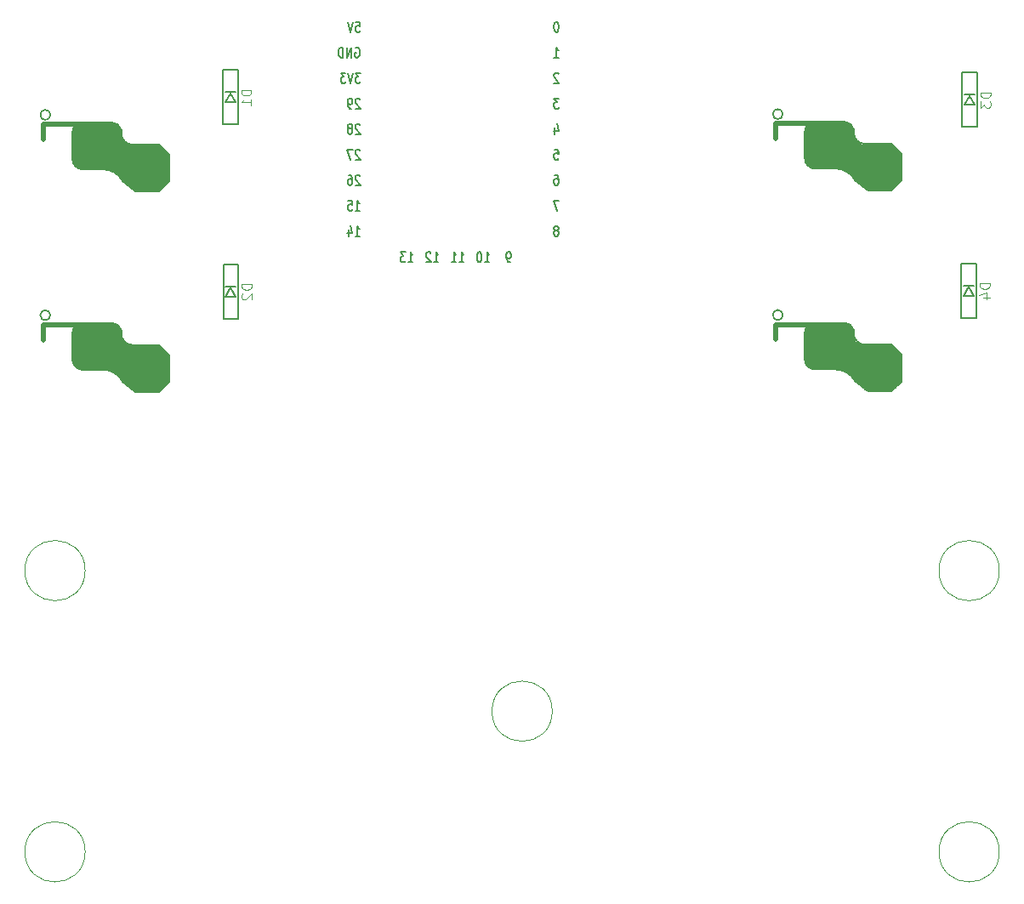
<source format=gbr>
G04 #@! TF.GenerationSoftware,KiCad,Pcbnew,9.0.6*
G04 #@! TF.CreationDate,2025-12-03T23:40:23+09:00*
G04 #@! TF.ProjectId,tps43-ek_Assemble,74707334-332d-4656-9b5f-417373656d62,rev?*
G04 #@! TF.SameCoordinates,Original*
G04 #@! TF.FileFunction,Legend,Bot*
G04 #@! TF.FilePolarity,Positive*
%FSLAX46Y46*%
G04 Gerber Fmt 4.6, Leading zero omitted, Abs format (unit mm)*
G04 Created by KiCad (PCBNEW 9.0.6) date 2025-12-03 23:40:23*
%MOMM*%
%LPD*%
G01*
G04 APERTURE LIST*
%ADD10C,0.100000*%
%ADD11C,0.125000*%
%ADD12C,0.150000*%
%ADD13C,0.500000*%
G04 APERTURE END LIST*
D10*
X29000000Y-104000000D02*
G75*
G02*
X23000000Y-104000000I-3000000J0D01*
G01*
X23000000Y-104000000D02*
G75*
G02*
X29000000Y-104000000I3000000J0D01*
G01*
X120000000Y-104000000D02*
G75*
G02*
X114000000Y-104000000I-3000000J0D01*
G01*
X114000000Y-104000000D02*
G75*
G02*
X120000000Y-104000000I3000000J0D01*
G01*
X75500000Y-90000000D02*
G75*
G02*
X69500000Y-90000000I-3000000J0D01*
G01*
X69500000Y-90000000D02*
G75*
G02*
X75500000Y-90000000I3000000J0D01*
G01*
X120000000Y-76000000D02*
G75*
G02*
X114000000Y-76000000I-3000000J0D01*
G01*
X114000000Y-76000000D02*
G75*
G02*
X120000000Y-76000000I3000000J0D01*
G01*
X29000000Y-76000000D02*
G75*
G02*
X23000000Y-76000000I-3000000J0D01*
G01*
X23000000Y-76000000D02*
G75*
G02*
X29000000Y-76000000I3000000J0D01*
G01*
D11*
X45586119Y-47486905D02*
X44586119Y-47486905D01*
X44586119Y-47486905D02*
X44586119Y-47725000D01*
X44586119Y-47725000D02*
X44633738Y-47867857D01*
X44633738Y-47867857D02*
X44728976Y-47963095D01*
X44728976Y-47963095D02*
X44824214Y-48010714D01*
X44824214Y-48010714D02*
X45014690Y-48058333D01*
X45014690Y-48058333D02*
X45157547Y-48058333D01*
X45157547Y-48058333D02*
X45348023Y-48010714D01*
X45348023Y-48010714D02*
X45443261Y-47963095D01*
X45443261Y-47963095D02*
X45538500Y-47867857D01*
X45538500Y-47867857D02*
X45586119Y-47725000D01*
X45586119Y-47725000D02*
X45586119Y-47486905D01*
X44681357Y-48439286D02*
X44633738Y-48486905D01*
X44633738Y-48486905D02*
X44586119Y-48582143D01*
X44586119Y-48582143D02*
X44586119Y-48820238D01*
X44586119Y-48820238D02*
X44633738Y-48915476D01*
X44633738Y-48915476D02*
X44681357Y-48963095D01*
X44681357Y-48963095D02*
X44776595Y-49010714D01*
X44776595Y-49010714D02*
X44871833Y-49010714D01*
X44871833Y-49010714D02*
X45014690Y-48963095D01*
X45014690Y-48963095D02*
X45586119Y-48391667D01*
X45586119Y-48391667D02*
X45586119Y-49010714D01*
X45536119Y-28136905D02*
X44536119Y-28136905D01*
X44536119Y-28136905D02*
X44536119Y-28375000D01*
X44536119Y-28375000D02*
X44583738Y-28517857D01*
X44583738Y-28517857D02*
X44678976Y-28613095D01*
X44678976Y-28613095D02*
X44774214Y-28660714D01*
X44774214Y-28660714D02*
X44964690Y-28708333D01*
X44964690Y-28708333D02*
X45107547Y-28708333D01*
X45107547Y-28708333D02*
X45298023Y-28660714D01*
X45298023Y-28660714D02*
X45393261Y-28613095D01*
X45393261Y-28613095D02*
X45488500Y-28517857D01*
X45488500Y-28517857D02*
X45536119Y-28375000D01*
X45536119Y-28375000D02*
X45536119Y-28136905D01*
X45536119Y-29660714D02*
X45536119Y-29089286D01*
X45536119Y-29375000D02*
X44536119Y-29375000D01*
X44536119Y-29375000D02*
X44678976Y-29279762D01*
X44678976Y-29279762D02*
X44774214Y-29184524D01*
X44774214Y-29184524D02*
X44821833Y-29089286D01*
X119048619Y-47386905D02*
X118048619Y-47386905D01*
X118048619Y-47386905D02*
X118048619Y-47625000D01*
X118048619Y-47625000D02*
X118096238Y-47767857D01*
X118096238Y-47767857D02*
X118191476Y-47863095D01*
X118191476Y-47863095D02*
X118286714Y-47910714D01*
X118286714Y-47910714D02*
X118477190Y-47958333D01*
X118477190Y-47958333D02*
X118620047Y-47958333D01*
X118620047Y-47958333D02*
X118810523Y-47910714D01*
X118810523Y-47910714D02*
X118905761Y-47863095D01*
X118905761Y-47863095D02*
X119001000Y-47767857D01*
X119001000Y-47767857D02*
X119048619Y-47625000D01*
X119048619Y-47625000D02*
X119048619Y-47386905D01*
X118381952Y-48815476D02*
X119048619Y-48815476D01*
X118001000Y-48577381D02*
X118715285Y-48339286D01*
X118715285Y-48339286D02*
X118715285Y-48958333D01*
D12*
X75719887Y-34071569D02*
X76100839Y-34071569D01*
X76100839Y-34071569D02*
X76138935Y-34547759D01*
X76138935Y-34547759D02*
X76100839Y-34500140D01*
X76100839Y-34500140D02*
X76024649Y-34452521D01*
X76024649Y-34452521D02*
X75834173Y-34452521D01*
X75834173Y-34452521D02*
X75757982Y-34500140D01*
X75757982Y-34500140D02*
X75719887Y-34547759D01*
X75719887Y-34547759D02*
X75681792Y-34642997D01*
X75681792Y-34642997D02*
X75681792Y-34881092D01*
X75681792Y-34881092D02*
X75719887Y-34976330D01*
X75719887Y-34976330D02*
X75757982Y-35023950D01*
X75757982Y-35023950D02*
X75834173Y-35071569D01*
X75834173Y-35071569D02*
X76024649Y-35071569D01*
X76024649Y-35071569D02*
X76100839Y-35023950D01*
X76100839Y-35023950D02*
X76138935Y-34976330D01*
X55889887Y-23959188D02*
X55966077Y-23911569D01*
X55966077Y-23911569D02*
X56080363Y-23911569D01*
X56080363Y-23911569D02*
X56194649Y-23959188D01*
X56194649Y-23959188D02*
X56270839Y-24054426D01*
X56270839Y-24054426D02*
X56308934Y-24149664D01*
X56308934Y-24149664D02*
X56347030Y-24340140D01*
X56347030Y-24340140D02*
X56347030Y-24482997D01*
X56347030Y-24482997D02*
X56308934Y-24673473D01*
X56308934Y-24673473D02*
X56270839Y-24768711D01*
X56270839Y-24768711D02*
X56194649Y-24863950D01*
X56194649Y-24863950D02*
X56080363Y-24911569D01*
X56080363Y-24911569D02*
X56004172Y-24911569D01*
X56004172Y-24911569D02*
X55889887Y-24863950D01*
X55889887Y-24863950D02*
X55851791Y-24816330D01*
X55851791Y-24816330D02*
X55851791Y-24482997D01*
X55851791Y-24482997D02*
X56004172Y-24482997D01*
X55508934Y-24911569D02*
X55508934Y-23911569D01*
X55508934Y-23911569D02*
X55051791Y-24911569D01*
X55051791Y-24911569D02*
X55051791Y-23911569D01*
X54670839Y-24911569D02*
X54670839Y-23911569D01*
X54670839Y-23911569D02*
X54480363Y-23911569D01*
X54480363Y-23911569D02*
X54366077Y-23959188D01*
X54366077Y-23959188D02*
X54289887Y-24054426D01*
X54289887Y-24054426D02*
X54251792Y-24149664D01*
X54251792Y-24149664D02*
X54213696Y-24340140D01*
X54213696Y-24340140D02*
X54213696Y-24482997D01*
X54213696Y-24482997D02*
X54251792Y-24673473D01*
X54251792Y-24673473D02*
X54289887Y-24768711D01*
X54289887Y-24768711D02*
X54366077Y-24863950D01*
X54366077Y-24863950D02*
X54480363Y-24911569D01*
X54480363Y-24911569D02*
X54670839Y-24911569D01*
X55889887Y-42691569D02*
X56347030Y-42691569D01*
X56118458Y-42691569D02*
X56118458Y-41691569D01*
X56118458Y-41691569D02*
X56194649Y-41834426D01*
X56194649Y-41834426D02*
X56270839Y-41929664D01*
X56270839Y-41929664D02*
X56347030Y-41977283D01*
X55204172Y-42024902D02*
X55204172Y-42691569D01*
X55394648Y-41643950D02*
X55585125Y-42358235D01*
X55585125Y-42358235D02*
X55089886Y-42358235D01*
X56347030Y-36706807D02*
X56308934Y-36659188D01*
X56308934Y-36659188D02*
X56232744Y-36611569D01*
X56232744Y-36611569D02*
X56042268Y-36611569D01*
X56042268Y-36611569D02*
X55966077Y-36659188D01*
X55966077Y-36659188D02*
X55927982Y-36706807D01*
X55927982Y-36706807D02*
X55889887Y-36802045D01*
X55889887Y-36802045D02*
X55889887Y-36897283D01*
X55889887Y-36897283D02*
X55927982Y-37040140D01*
X55927982Y-37040140D02*
X56385125Y-37611569D01*
X56385125Y-37611569D02*
X55889887Y-37611569D01*
X55204172Y-36611569D02*
X55356553Y-36611569D01*
X55356553Y-36611569D02*
X55432744Y-36659188D01*
X55432744Y-36659188D02*
X55470839Y-36706807D01*
X55470839Y-36706807D02*
X55547029Y-36849664D01*
X55547029Y-36849664D02*
X55585125Y-37040140D01*
X55585125Y-37040140D02*
X55585125Y-37421092D01*
X55585125Y-37421092D02*
X55547029Y-37516330D01*
X55547029Y-37516330D02*
X55508934Y-37563950D01*
X55508934Y-37563950D02*
X55432744Y-37611569D01*
X55432744Y-37611569D02*
X55280363Y-37611569D01*
X55280363Y-37611569D02*
X55204172Y-37563950D01*
X55204172Y-37563950D02*
X55166077Y-37516330D01*
X55166077Y-37516330D02*
X55127982Y-37421092D01*
X55127982Y-37421092D02*
X55127982Y-37182997D01*
X55127982Y-37182997D02*
X55166077Y-37087759D01*
X55166077Y-37087759D02*
X55204172Y-37040140D01*
X55204172Y-37040140D02*
X55280363Y-36992521D01*
X55280363Y-36992521D02*
X55432744Y-36992521D01*
X55432744Y-36992521D02*
X55508934Y-37040140D01*
X55508934Y-37040140D02*
X55547029Y-37087759D01*
X55547029Y-37087759D02*
X55585125Y-37182997D01*
X76177030Y-39151569D02*
X75643696Y-39151569D01*
X75643696Y-39151569D02*
X75986554Y-40151569D01*
X56347030Y-31626807D02*
X56308934Y-31579188D01*
X56308934Y-31579188D02*
X56232744Y-31531569D01*
X56232744Y-31531569D02*
X56042268Y-31531569D01*
X56042268Y-31531569D02*
X55966077Y-31579188D01*
X55966077Y-31579188D02*
X55927982Y-31626807D01*
X55927982Y-31626807D02*
X55889887Y-31722045D01*
X55889887Y-31722045D02*
X55889887Y-31817283D01*
X55889887Y-31817283D02*
X55927982Y-31960140D01*
X55927982Y-31960140D02*
X56385125Y-32531569D01*
X56385125Y-32531569D02*
X55889887Y-32531569D01*
X55432744Y-31960140D02*
X55508934Y-31912521D01*
X55508934Y-31912521D02*
X55547029Y-31864902D01*
X55547029Y-31864902D02*
X55585125Y-31769664D01*
X55585125Y-31769664D02*
X55585125Y-31722045D01*
X55585125Y-31722045D02*
X55547029Y-31626807D01*
X55547029Y-31626807D02*
X55508934Y-31579188D01*
X55508934Y-31579188D02*
X55432744Y-31531569D01*
X55432744Y-31531569D02*
X55280363Y-31531569D01*
X55280363Y-31531569D02*
X55204172Y-31579188D01*
X55204172Y-31579188D02*
X55166077Y-31626807D01*
X55166077Y-31626807D02*
X55127982Y-31722045D01*
X55127982Y-31722045D02*
X55127982Y-31769664D01*
X55127982Y-31769664D02*
X55166077Y-31864902D01*
X55166077Y-31864902D02*
X55204172Y-31912521D01*
X55204172Y-31912521D02*
X55280363Y-31960140D01*
X55280363Y-31960140D02*
X55432744Y-31960140D01*
X55432744Y-31960140D02*
X55508934Y-32007759D01*
X55508934Y-32007759D02*
X55547029Y-32055378D01*
X55547029Y-32055378D02*
X55585125Y-32150616D01*
X55585125Y-32150616D02*
X55585125Y-32341092D01*
X55585125Y-32341092D02*
X55547029Y-32436330D01*
X55547029Y-32436330D02*
X55508934Y-32483950D01*
X55508934Y-32483950D02*
X55432744Y-32531569D01*
X55432744Y-32531569D02*
X55280363Y-32531569D01*
X55280363Y-32531569D02*
X55204172Y-32483950D01*
X55204172Y-32483950D02*
X55166077Y-32436330D01*
X55166077Y-32436330D02*
X55127982Y-32341092D01*
X55127982Y-32341092D02*
X55127982Y-32150616D01*
X55127982Y-32150616D02*
X55166077Y-32055378D01*
X55166077Y-32055378D02*
X55204172Y-32007759D01*
X55204172Y-32007759D02*
X55280363Y-31960140D01*
X76138935Y-26546807D02*
X76100839Y-26499188D01*
X76100839Y-26499188D02*
X76024649Y-26451569D01*
X76024649Y-26451569D02*
X75834173Y-26451569D01*
X75834173Y-26451569D02*
X75757982Y-26499188D01*
X75757982Y-26499188D02*
X75719887Y-26546807D01*
X75719887Y-26546807D02*
X75681792Y-26642045D01*
X75681792Y-26642045D02*
X75681792Y-26737283D01*
X75681792Y-26737283D02*
X75719887Y-26880140D01*
X75719887Y-26880140D02*
X76177030Y-27451569D01*
X76177030Y-27451569D02*
X75681792Y-27451569D01*
X56385125Y-26451569D02*
X55889887Y-26451569D01*
X55889887Y-26451569D02*
X56156553Y-26832521D01*
X56156553Y-26832521D02*
X56042268Y-26832521D01*
X56042268Y-26832521D02*
X55966077Y-26880140D01*
X55966077Y-26880140D02*
X55927982Y-26927759D01*
X55927982Y-26927759D02*
X55889887Y-27022997D01*
X55889887Y-27022997D02*
X55889887Y-27261092D01*
X55889887Y-27261092D02*
X55927982Y-27356330D01*
X55927982Y-27356330D02*
X55966077Y-27403950D01*
X55966077Y-27403950D02*
X56042268Y-27451569D01*
X56042268Y-27451569D02*
X56270839Y-27451569D01*
X56270839Y-27451569D02*
X56347030Y-27403950D01*
X56347030Y-27403950D02*
X56385125Y-27356330D01*
X55661315Y-26451569D02*
X55394648Y-27451569D01*
X55394648Y-27451569D02*
X55127982Y-26451569D01*
X54937506Y-26451569D02*
X54442268Y-26451569D01*
X54442268Y-26451569D02*
X54708934Y-26832521D01*
X54708934Y-26832521D02*
X54594649Y-26832521D01*
X54594649Y-26832521D02*
X54518458Y-26880140D01*
X54518458Y-26880140D02*
X54480363Y-26927759D01*
X54480363Y-26927759D02*
X54442268Y-27022997D01*
X54442268Y-27022997D02*
X54442268Y-27261092D01*
X54442268Y-27261092D02*
X54480363Y-27356330D01*
X54480363Y-27356330D02*
X54518458Y-27403950D01*
X54518458Y-27403950D02*
X54594649Y-27451569D01*
X54594649Y-27451569D02*
X54823220Y-27451569D01*
X54823220Y-27451569D02*
X54899411Y-27403950D01*
X54899411Y-27403950D02*
X54937506Y-27356330D01*
X75681792Y-24911569D02*
X76138935Y-24911569D01*
X75910363Y-24911569D02*
X75910363Y-23911569D01*
X75910363Y-23911569D02*
X75986554Y-24054426D01*
X75986554Y-24054426D02*
X76062744Y-24149664D01*
X76062744Y-24149664D02*
X76138935Y-24197283D01*
X75757982Y-36611569D02*
X75910363Y-36611569D01*
X75910363Y-36611569D02*
X75986554Y-36659188D01*
X75986554Y-36659188D02*
X76024649Y-36706807D01*
X76024649Y-36706807D02*
X76100839Y-36849664D01*
X76100839Y-36849664D02*
X76138935Y-37040140D01*
X76138935Y-37040140D02*
X76138935Y-37421092D01*
X76138935Y-37421092D02*
X76100839Y-37516330D01*
X76100839Y-37516330D02*
X76062744Y-37563950D01*
X76062744Y-37563950D02*
X75986554Y-37611569D01*
X75986554Y-37611569D02*
X75834173Y-37611569D01*
X75834173Y-37611569D02*
X75757982Y-37563950D01*
X75757982Y-37563950D02*
X75719887Y-37516330D01*
X75719887Y-37516330D02*
X75681792Y-37421092D01*
X75681792Y-37421092D02*
X75681792Y-37182997D01*
X75681792Y-37182997D02*
X75719887Y-37087759D01*
X75719887Y-37087759D02*
X75757982Y-37040140D01*
X75757982Y-37040140D02*
X75834173Y-36992521D01*
X75834173Y-36992521D02*
X75986554Y-36992521D01*
X75986554Y-36992521D02*
X76062744Y-37040140D01*
X76062744Y-37040140D02*
X76100839Y-37087759D01*
X76100839Y-37087759D02*
X76138935Y-37182997D01*
X75948458Y-21371569D02*
X75872268Y-21371569D01*
X75872268Y-21371569D02*
X75796077Y-21419188D01*
X75796077Y-21419188D02*
X75757982Y-21466807D01*
X75757982Y-21466807D02*
X75719887Y-21562045D01*
X75719887Y-21562045D02*
X75681792Y-21752521D01*
X75681792Y-21752521D02*
X75681792Y-21990616D01*
X75681792Y-21990616D02*
X75719887Y-22181092D01*
X75719887Y-22181092D02*
X75757982Y-22276330D01*
X75757982Y-22276330D02*
X75796077Y-22323950D01*
X75796077Y-22323950D02*
X75872268Y-22371569D01*
X75872268Y-22371569D02*
X75948458Y-22371569D01*
X75948458Y-22371569D02*
X76024649Y-22323950D01*
X76024649Y-22323950D02*
X76062744Y-22276330D01*
X76062744Y-22276330D02*
X76100839Y-22181092D01*
X76100839Y-22181092D02*
X76138935Y-21990616D01*
X76138935Y-21990616D02*
X76138935Y-21752521D01*
X76138935Y-21752521D02*
X76100839Y-21562045D01*
X76100839Y-21562045D02*
X76062744Y-21466807D01*
X76062744Y-21466807D02*
X76024649Y-21419188D01*
X76024649Y-21419188D02*
X75948458Y-21371569D01*
X71308697Y-45293319D02*
X71156316Y-45293319D01*
X71156316Y-45293319D02*
X71080126Y-45245700D01*
X71080126Y-45245700D02*
X71042030Y-45198080D01*
X71042030Y-45198080D02*
X70965840Y-45055223D01*
X70965840Y-45055223D02*
X70927745Y-44864747D01*
X70927745Y-44864747D02*
X70927745Y-44483795D01*
X70927745Y-44483795D02*
X70965840Y-44388557D01*
X70965840Y-44388557D02*
X71003935Y-44340938D01*
X71003935Y-44340938D02*
X71080126Y-44293319D01*
X71080126Y-44293319D02*
X71232507Y-44293319D01*
X71232507Y-44293319D02*
X71308697Y-44340938D01*
X71308697Y-44340938D02*
X71346792Y-44388557D01*
X71346792Y-44388557D02*
X71384888Y-44483795D01*
X71384888Y-44483795D02*
X71384888Y-44721890D01*
X71384888Y-44721890D02*
X71346792Y-44817128D01*
X71346792Y-44817128D02*
X71308697Y-44864747D01*
X71308697Y-44864747D02*
X71232507Y-44912366D01*
X71232507Y-44912366D02*
X71080126Y-44912366D01*
X71080126Y-44912366D02*
X71003935Y-44864747D01*
X71003935Y-44864747D02*
X70965840Y-44817128D01*
X70965840Y-44817128D02*
X70927745Y-44721890D01*
X56347030Y-29086807D02*
X56308934Y-29039188D01*
X56308934Y-29039188D02*
X56232744Y-28991569D01*
X56232744Y-28991569D02*
X56042268Y-28991569D01*
X56042268Y-28991569D02*
X55966077Y-29039188D01*
X55966077Y-29039188D02*
X55927982Y-29086807D01*
X55927982Y-29086807D02*
X55889887Y-29182045D01*
X55889887Y-29182045D02*
X55889887Y-29277283D01*
X55889887Y-29277283D02*
X55927982Y-29420140D01*
X55927982Y-29420140D02*
X56385125Y-29991569D01*
X56385125Y-29991569D02*
X55889887Y-29991569D01*
X55508934Y-29991569D02*
X55356553Y-29991569D01*
X55356553Y-29991569D02*
X55280363Y-29943950D01*
X55280363Y-29943950D02*
X55242267Y-29896330D01*
X55242267Y-29896330D02*
X55166077Y-29753473D01*
X55166077Y-29753473D02*
X55127982Y-29562997D01*
X55127982Y-29562997D02*
X55127982Y-29182045D01*
X55127982Y-29182045D02*
X55166077Y-29086807D01*
X55166077Y-29086807D02*
X55204172Y-29039188D01*
X55204172Y-29039188D02*
X55280363Y-28991569D01*
X55280363Y-28991569D02*
X55432744Y-28991569D01*
X55432744Y-28991569D02*
X55508934Y-29039188D01*
X55508934Y-29039188D02*
X55547029Y-29086807D01*
X55547029Y-29086807D02*
X55585125Y-29182045D01*
X55585125Y-29182045D02*
X55585125Y-29420140D01*
X55585125Y-29420140D02*
X55547029Y-29515378D01*
X55547029Y-29515378D02*
X55508934Y-29562997D01*
X55508934Y-29562997D02*
X55432744Y-29610616D01*
X55432744Y-29610616D02*
X55280363Y-29610616D01*
X55280363Y-29610616D02*
X55204172Y-29562997D01*
X55204172Y-29562997D02*
X55166077Y-29515378D01*
X55166077Y-29515378D02*
X55127982Y-29420140D01*
X75986554Y-42120140D02*
X76062744Y-42072521D01*
X76062744Y-42072521D02*
X76100839Y-42024902D01*
X76100839Y-42024902D02*
X76138935Y-41929664D01*
X76138935Y-41929664D02*
X76138935Y-41882045D01*
X76138935Y-41882045D02*
X76100839Y-41786807D01*
X76100839Y-41786807D02*
X76062744Y-41739188D01*
X76062744Y-41739188D02*
X75986554Y-41691569D01*
X75986554Y-41691569D02*
X75834173Y-41691569D01*
X75834173Y-41691569D02*
X75757982Y-41739188D01*
X75757982Y-41739188D02*
X75719887Y-41786807D01*
X75719887Y-41786807D02*
X75681792Y-41882045D01*
X75681792Y-41882045D02*
X75681792Y-41929664D01*
X75681792Y-41929664D02*
X75719887Y-42024902D01*
X75719887Y-42024902D02*
X75757982Y-42072521D01*
X75757982Y-42072521D02*
X75834173Y-42120140D01*
X75834173Y-42120140D02*
X75986554Y-42120140D01*
X75986554Y-42120140D02*
X76062744Y-42167759D01*
X76062744Y-42167759D02*
X76100839Y-42215378D01*
X76100839Y-42215378D02*
X76138935Y-42310616D01*
X76138935Y-42310616D02*
X76138935Y-42501092D01*
X76138935Y-42501092D02*
X76100839Y-42596330D01*
X76100839Y-42596330D02*
X76062744Y-42643950D01*
X76062744Y-42643950D02*
X75986554Y-42691569D01*
X75986554Y-42691569D02*
X75834173Y-42691569D01*
X75834173Y-42691569D02*
X75757982Y-42643950D01*
X75757982Y-42643950D02*
X75719887Y-42596330D01*
X75719887Y-42596330D02*
X75681792Y-42501092D01*
X75681792Y-42501092D02*
X75681792Y-42310616D01*
X75681792Y-42310616D02*
X75719887Y-42215378D01*
X75719887Y-42215378D02*
X75757982Y-42167759D01*
X75757982Y-42167759D02*
X75834173Y-42120140D01*
X66241792Y-45293319D02*
X66698935Y-45293319D01*
X66470363Y-45293319D02*
X66470363Y-44293319D01*
X66470363Y-44293319D02*
X66546554Y-44436176D01*
X66546554Y-44436176D02*
X66622744Y-44531414D01*
X66622744Y-44531414D02*
X66698935Y-44579033D01*
X65479887Y-45293319D02*
X65937030Y-45293319D01*
X65708458Y-45293319D02*
X65708458Y-44293319D01*
X65708458Y-44293319D02*
X65784649Y-44436176D01*
X65784649Y-44436176D02*
X65860839Y-44531414D01*
X65860839Y-44531414D02*
X65937030Y-44579033D01*
X61148697Y-45293319D02*
X61605840Y-45293319D01*
X61377268Y-45293319D02*
X61377268Y-44293319D01*
X61377268Y-44293319D02*
X61453459Y-44436176D01*
X61453459Y-44436176D02*
X61529649Y-44531414D01*
X61529649Y-44531414D02*
X61605840Y-44579033D01*
X60882030Y-44293319D02*
X60386792Y-44293319D01*
X60386792Y-44293319D02*
X60653458Y-44674271D01*
X60653458Y-44674271D02*
X60539173Y-44674271D01*
X60539173Y-44674271D02*
X60462982Y-44721890D01*
X60462982Y-44721890D02*
X60424887Y-44769509D01*
X60424887Y-44769509D02*
X60386792Y-44864747D01*
X60386792Y-44864747D02*
X60386792Y-45102842D01*
X60386792Y-45102842D02*
X60424887Y-45198080D01*
X60424887Y-45198080D02*
X60462982Y-45245700D01*
X60462982Y-45245700D02*
X60539173Y-45293319D01*
X60539173Y-45293319D02*
X60767744Y-45293319D01*
X60767744Y-45293319D02*
X60843935Y-45245700D01*
X60843935Y-45245700D02*
X60882030Y-45198080D01*
X76177030Y-28991569D02*
X75681792Y-28991569D01*
X75681792Y-28991569D02*
X75948458Y-29372521D01*
X75948458Y-29372521D02*
X75834173Y-29372521D01*
X75834173Y-29372521D02*
X75757982Y-29420140D01*
X75757982Y-29420140D02*
X75719887Y-29467759D01*
X75719887Y-29467759D02*
X75681792Y-29562997D01*
X75681792Y-29562997D02*
X75681792Y-29801092D01*
X75681792Y-29801092D02*
X75719887Y-29896330D01*
X75719887Y-29896330D02*
X75757982Y-29943950D01*
X75757982Y-29943950D02*
X75834173Y-29991569D01*
X75834173Y-29991569D02*
X76062744Y-29991569D01*
X76062744Y-29991569D02*
X76138935Y-29943950D01*
X76138935Y-29943950D02*
X76177030Y-29896330D01*
X75757982Y-31864902D02*
X75757982Y-32531569D01*
X75948458Y-31483950D02*
X76138935Y-32198235D01*
X76138935Y-32198235D02*
X75643696Y-32198235D01*
X56347030Y-34166807D02*
X56308934Y-34119188D01*
X56308934Y-34119188D02*
X56232744Y-34071569D01*
X56232744Y-34071569D02*
X56042268Y-34071569D01*
X56042268Y-34071569D02*
X55966077Y-34119188D01*
X55966077Y-34119188D02*
X55927982Y-34166807D01*
X55927982Y-34166807D02*
X55889887Y-34262045D01*
X55889887Y-34262045D02*
X55889887Y-34357283D01*
X55889887Y-34357283D02*
X55927982Y-34500140D01*
X55927982Y-34500140D02*
X56385125Y-35071569D01*
X56385125Y-35071569D02*
X55889887Y-35071569D01*
X55623220Y-34071569D02*
X55089886Y-34071569D01*
X55089886Y-34071569D02*
X55432744Y-35071569D01*
X55889887Y-40151569D02*
X56347030Y-40151569D01*
X56118458Y-40151569D02*
X56118458Y-39151569D01*
X56118458Y-39151569D02*
X56194649Y-39294426D01*
X56194649Y-39294426D02*
X56270839Y-39389664D01*
X56270839Y-39389664D02*
X56347030Y-39437283D01*
X55166077Y-39151569D02*
X55547029Y-39151569D01*
X55547029Y-39151569D02*
X55585125Y-39627759D01*
X55585125Y-39627759D02*
X55547029Y-39580140D01*
X55547029Y-39580140D02*
X55470839Y-39532521D01*
X55470839Y-39532521D02*
X55280363Y-39532521D01*
X55280363Y-39532521D02*
X55204172Y-39580140D01*
X55204172Y-39580140D02*
X55166077Y-39627759D01*
X55166077Y-39627759D02*
X55127982Y-39722997D01*
X55127982Y-39722997D02*
X55127982Y-39961092D01*
X55127982Y-39961092D02*
X55166077Y-40056330D01*
X55166077Y-40056330D02*
X55204172Y-40103950D01*
X55204172Y-40103950D02*
X55280363Y-40151569D01*
X55280363Y-40151569D02*
X55470839Y-40151569D01*
X55470839Y-40151569D02*
X55547029Y-40103950D01*
X55547029Y-40103950D02*
X55585125Y-40056330D01*
X68781792Y-45293319D02*
X69238935Y-45293319D01*
X69010363Y-45293319D02*
X69010363Y-44293319D01*
X69010363Y-44293319D02*
X69086554Y-44436176D01*
X69086554Y-44436176D02*
X69162744Y-44531414D01*
X69162744Y-44531414D02*
X69238935Y-44579033D01*
X68286553Y-44293319D02*
X68210363Y-44293319D01*
X68210363Y-44293319D02*
X68134172Y-44340938D01*
X68134172Y-44340938D02*
X68096077Y-44388557D01*
X68096077Y-44388557D02*
X68057982Y-44483795D01*
X68057982Y-44483795D02*
X68019887Y-44674271D01*
X68019887Y-44674271D02*
X68019887Y-44912366D01*
X68019887Y-44912366D02*
X68057982Y-45102842D01*
X68057982Y-45102842D02*
X68096077Y-45198080D01*
X68096077Y-45198080D02*
X68134172Y-45245700D01*
X68134172Y-45245700D02*
X68210363Y-45293319D01*
X68210363Y-45293319D02*
X68286553Y-45293319D01*
X68286553Y-45293319D02*
X68362744Y-45245700D01*
X68362744Y-45245700D02*
X68400839Y-45198080D01*
X68400839Y-45198080D02*
X68438934Y-45102842D01*
X68438934Y-45102842D02*
X68477030Y-44912366D01*
X68477030Y-44912366D02*
X68477030Y-44674271D01*
X68477030Y-44674271D02*
X68438934Y-44483795D01*
X68438934Y-44483795D02*
X68400839Y-44388557D01*
X68400839Y-44388557D02*
X68362744Y-44340938D01*
X68362744Y-44340938D02*
X68286553Y-44293319D01*
X55927982Y-21371569D02*
X56308934Y-21371569D01*
X56308934Y-21371569D02*
X56347030Y-21847759D01*
X56347030Y-21847759D02*
X56308934Y-21800140D01*
X56308934Y-21800140D02*
X56232744Y-21752521D01*
X56232744Y-21752521D02*
X56042268Y-21752521D01*
X56042268Y-21752521D02*
X55966077Y-21800140D01*
X55966077Y-21800140D02*
X55927982Y-21847759D01*
X55927982Y-21847759D02*
X55889887Y-21942997D01*
X55889887Y-21942997D02*
X55889887Y-22181092D01*
X55889887Y-22181092D02*
X55927982Y-22276330D01*
X55927982Y-22276330D02*
X55966077Y-22323950D01*
X55966077Y-22323950D02*
X56042268Y-22371569D01*
X56042268Y-22371569D02*
X56232744Y-22371569D01*
X56232744Y-22371569D02*
X56308934Y-22323950D01*
X56308934Y-22323950D02*
X56347030Y-22276330D01*
X55661315Y-21371569D02*
X55394648Y-22371569D01*
X55394648Y-22371569D02*
X55127982Y-21371569D01*
X63701792Y-45293319D02*
X64158935Y-45293319D01*
X63930363Y-45293319D02*
X63930363Y-44293319D01*
X63930363Y-44293319D02*
X64006554Y-44436176D01*
X64006554Y-44436176D02*
X64082744Y-44531414D01*
X64082744Y-44531414D02*
X64158935Y-44579033D01*
X63397030Y-44388557D02*
X63358934Y-44340938D01*
X63358934Y-44340938D02*
X63282744Y-44293319D01*
X63282744Y-44293319D02*
X63092268Y-44293319D01*
X63092268Y-44293319D02*
X63016077Y-44340938D01*
X63016077Y-44340938D02*
X62977982Y-44388557D01*
X62977982Y-44388557D02*
X62939887Y-44483795D01*
X62939887Y-44483795D02*
X62939887Y-44579033D01*
X62939887Y-44579033D02*
X62977982Y-44721890D01*
X62977982Y-44721890D02*
X63435125Y-45293319D01*
X63435125Y-45293319D02*
X62939887Y-45293319D01*
D11*
X119136119Y-28386905D02*
X118136119Y-28386905D01*
X118136119Y-28386905D02*
X118136119Y-28625000D01*
X118136119Y-28625000D02*
X118183738Y-28767857D01*
X118183738Y-28767857D02*
X118278976Y-28863095D01*
X118278976Y-28863095D02*
X118374214Y-28910714D01*
X118374214Y-28910714D02*
X118564690Y-28958333D01*
X118564690Y-28958333D02*
X118707547Y-28958333D01*
X118707547Y-28958333D02*
X118898023Y-28910714D01*
X118898023Y-28910714D02*
X118993261Y-28863095D01*
X118993261Y-28863095D02*
X119088500Y-28767857D01*
X119088500Y-28767857D02*
X119136119Y-28625000D01*
X119136119Y-28625000D02*
X119136119Y-28386905D01*
X118136119Y-29291667D02*
X118136119Y-29910714D01*
X118136119Y-29910714D02*
X118517071Y-29577381D01*
X118517071Y-29577381D02*
X118517071Y-29720238D01*
X118517071Y-29720238D02*
X118564690Y-29815476D01*
X118564690Y-29815476D02*
X118612309Y-29863095D01*
X118612309Y-29863095D02*
X118707547Y-29910714D01*
X118707547Y-29910714D02*
X118945642Y-29910714D01*
X118945642Y-29910714D02*
X119040880Y-29863095D01*
X119040880Y-29863095D02*
X119088500Y-29815476D01*
X119088500Y-29815476D02*
X119136119Y-29720238D01*
X119136119Y-29720238D02*
X119136119Y-29434524D01*
X119136119Y-29434524D02*
X119088500Y-29339286D01*
X119088500Y-29339286D02*
X119040880Y-29291667D01*
D12*
X42750000Y-45525000D02*
X42750000Y-50925000D01*
X42750000Y-50925000D02*
X44250000Y-50925000D01*
X43000000Y-48725000D02*
X43500000Y-47825000D01*
X43500000Y-47825000D02*
X44000000Y-48725000D01*
X44000000Y-47725000D02*
X43000000Y-47725000D01*
X44000000Y-48725000D02*
X43000000Y-48725000D01*
X44250000Y-45525000D02*
X42750000Y-45525000D01*
X44250000Y-50925000D02*
X44250000Y-45525000D01*
X42700000Y-26175000D02*
X42700000Y-31575000D01*
X42700000Y-31575000D02*
X44200000Y-31575000D01*
X42950000Y-29375000D02*
X43450000Y-28475000D01*
X43450000Y-28475000D02*
X43950000Y-29375000D01*
X43950000Y-28375000D02*
X42950000Y-28375000D01*
X43950000Y-29375000D02*
X42950000Y-29375000D01*
X44200000Y-26175000D02*
X42700000Y-26175000D01*
X44200000Y-31575000D02*
X44200000Y-26175000D01*
D13*
X97750000Y-51505000D02*
X97750000Y-53005000D01*
D12*
X100645000Y-52325000D02*
X100645000Y-54975000D01*
X100800000Y-55480000D02*
X100800000Y-51800000D01*
X100950000Y-55650000D02*
X100950000Y-51680000D01*
X101100000Y-55790000D02*
X101100000Y-51650000D01*
X101250000Y-55870000D02*
X101250000Y-51750000D01*
X101400000Y-55920000D02*
X101400000Y-51600000D01*
X101550000Y-55960000D02*
X101550000Y-51450000D01*
X101700000Y-55950000D02*
X101700000Y-51350000D01*
X101850000Y-55950000D02*
X101850000Y-51350000D01*
X102000000Y-55950000D02*
X102000000Y-51350000D01*
D13*
X102150000Y-51505000D02*
X97750000Y-51505000D01*
D12*
X102150000Y-55950000D02*
X102150000Y-51350000D01*
X102300000Y-55950000D02*
X102300000Y-51350000D01*
X102450000Y-55950000D02*
X102450000Y-51350000D01*
X102600000Y-55950000D02*
X102600000Y-51350000D01*
X102750000Y-55950000D02*
X102750000Y-51350000D01*
X102900000Y-55950000D02*
X102900000Y-51350000D01*
X103050000Y-55950000D02*
X103050000Y-51350000D01*
X103200000Y-55950000D02*
X103200000Y-51350000D01*
X103350000Y-55950000D02*
X103350000Y-51350000D01*
X103500000Y-55950000D02*
X103500000Y-51350000D01*
X103650000Y-55950000D02*
X103650000Y-51350000D01*
X103650000Y-55975000D02*
X101675000Y-55975000D01*
X103800000Y-55950000D02*
X103800000Y-51400000D01*
X103950000Y-55990000D02*
X103950000Y-51350000D01*
X104100000Y-56000000D02*
X104100000Y-51350000D01*
X104250000Y-56000000D02*
X104250000Y-51400000D01*
X104400000Y-56050000D02*
X104400000Y-51340000D01*
X104550000Y-56150000D02*
X104550000Y-51330000D01*
X104638796Y-51325000D02*
X101675000Y-51325000D01*
X104700000Y-56200000D02*
X104700000Y-51350000D01*
X104850000Y-56300000D02*
X104850000Y-51380000D01*
X105000000Y-56400000D02*
X105000000Y-51430000D01*
X105150000Y-56500000D02*
X105150000Y-51510000D01*
X105300000Y-56650000D02*
X105300000Y-51700000D01*
X105450000Y-56800000D02*
X105450000Y-51900000D01*
X105500000Y-52350000D02*
X105500000Y-52026887D01*
X105550000Y-56970000D02*
X105550000Y-52850000D01*
X105650000Y-57150000D02*
X105650000Y-53000000D01*
X105650000Y-57150000D02*
X106925000Y-58175000D01*
X105750000Y-57220000D02*
X105750000Y-53200000D01*
X105850000Y-57300000D02*
X105850000Y-53300000D01*
X105950000Y-57380000D02*
X105950000Y-53350000D01*
X106060000Y-57470000D02*
X106050000Y-53400000D01*
X106200000Y-57570000D02*
X106200000Y-53450000D01*
X106350000Y-57710000D02*
X106350000Y-53550000D01*
X106500000Y-57830000D02*
X106500000Y-53550000D01*
X106650000Y-57940000D02*
X106650000Y-53550000D01*
X106800000Y-58060000D02*
X106800000Y-53600000D01*
X106950000Y-58150000D02*
X106950000Y-53550000D01*
X107100000Y-58150000D02*
X107100000Y-53550000D01*
X107250000Y-58150000D02*
X107250000Y-53550000D01*
X107400000Y-58150000D02*
X107400000Y-53550000D01*
X107550000Y-58150000D02*
X107550000Y-53550000D01*
X107700000Y-58150000D02*
X107700000Y-53550000D01*
X107850000Y-58150000D02*
X107850000Y-53550000D01*
X108000000Y-58150000D02*
X108000000Y-53550000D01*
X108150000Y-58150000D02*
X108150000Y-53550000D01*
X108300000Y-58150000D02*
X108300000Y-53550000D01*
X108450000Y-58150000D02*
X108450000Y-53550000D01*
X108600000Y-58150000D02*
X108600000Y-53550000D01*
X108750000Y-58150000D02*
X108750000Y-53550000D01*
X108900000Y-58150000D02*
X108900000Y-53550000D01*
X109050000Y-58150000D02*
X109050000Y-53550000D01*
X109200000Y-58150000D02*
X109200000Y-53550000D01*
X109250000Y-53525000D02*
X106675000Y-53525000D01*
X109250000Y-58175000D02*
X106925000Y-58175000D01*
X109350000Y-58040000D02*
X109350000Y-53650000D01*
X109500000Y-57900000D02*
X109500000Y-53780000D01*
X109650000Y-57770000D02*
X109650000Y-53940000D01*
X109800000Y-57610000D02*
X109800000Y-54080000D01*
X109900000Y-57510000D02*
X109900000Y-54180000D01*
X110000000Y-57400000D02*
X110000000Y-54280000D01*
X110100000Y-57320000D02*
X110100000Y-54390000D01*
X110250000Y-54525000D02*
X109250000Y-53525000D01*
X110250000Y-54525000D02*
X110250000Y-57175000D01*
X110250000Y-57175000D02*
X109250000Y-58175000D01*
X100645000Y-52325000D02*
G75*
G02*
X101645000Y-51325000I999999J1D01*
G01*
X101645000Y-55975000D02*
G75*
G02*
X100645000Y-54975000I-1J999999D01*
G01*
X103650000Y-55967458D02*
G75*
G02*
X105650000Y-57150000I-2J-2282546D01*
G01*
X104638796Y-51325000D02*
G75*
G02*
X105500000Y-52026887I-38796J-926887D01*
G01*
X106675000Y-53525000D02*
G75*
G02*
X105500000Y-52350000I2J1175002D01*
G01*
X98450000Y-50550000D02*
G75*
G02*
X97450000Y-50550000I-500000J0D01*
G01*
X97450000Y-50550000D02*
G75*
G02*
X98450000Y-50550000I500000J0D01*
G01*
X116212500Y-45425000D02*
X116212500Y-50825000D01*
X116212500Y-50825000D02*
X117712500Y-50825000D01*
X116462500Y-48625000D02*
X116962500Y-47725000D01*
X116962500Y-47725000D02*
X117462500Y-48625000D01*
X117462500Y-47625000D02*
X116462500Y-47625000D01*
X117462500Y-48625000D02*
X116462500Y-48625000D01*
X117712500Y-45425000D02*
X116212500Y-45425000D01*
X117712500Y-50825000D02*
X117712500Y-45425000D01*
D13*
X97750000Y-31505000D02*
X97750000Y-33005000D01*
D12*
X100645000Y-32325000D02*
X100645000Y-34975000D01*
X100800000Y-35480000D02*
X100800000Y-31800000D01*
X100950000Y-35650000D02*
X100950000Y-31680000D01*
X101100000Y-35790000D02*
X101100000Y-31650000D01*
X101250000Y-35870000D02*
X101250000Y-31750000D01*
X101400000Y-35920000D02*
X101400000Y-31600000D01*
X101550000Y-35960000D02*
X101550000Y-31450000D01*
X101700000Y-35950000D02*
X101700000Y-31350000D01*
X101850000Y-35950000D02*
X101850000Y-31350000D01*
X102000000Y-35950000D02*
X102000000Y-31350000D01*
D13*
X102150000Y-31505000D02*
X97750000Y-31505000D01*
D12*
X102150000Y-35950000D02*
X102150000Y-31350000D01*
X102300000Y-35950000D02*
X102300000Y-31350000D01*
X102450000Y-35950000D02*
X102450000Y-31350000D01*
X102600000Y-35950000D02*
X102600000Y-31350000D01*
X102750000Y-35950000D02*
X102750000Y-31350000D01*
X102900000Y-35950000D02*
X102900000Y-31350000D01*
X103050000Y-35950000D02*
X103050000Y-31350000D01*
X103200000Y-35950000D02*
X103200000Y-31350000D01*
X103350000Y-35950000D02*
X103350000Y-31350000D01*
X103500000Y-35950000D02*
X103500000Y-31350000D01*
X103650000Y-35950000D02*
X103650000Y-31350000D01*
X103650000Y-35975000D02*
X101675000Y-35975000D01*
X103800000Y-35950000D02*
X103800000Y-31400000D01*
X103950000Y-35990000D02*
X103950000Y-31350000D01*
X104100000Y-36000000D02*
X104100000Y-31350000D01*
X104250000Y-36000000D02*
X104250000Y-31400000D01*
X104400000Y-36050000D02*
X104400000Y-31340000D01*
X104550000Y-36150000D02*
X104550000Y-31330000D01*
X104638796Y-31325000D02*
X101675000Y-31325000D01*
X104700000Y-36200000D02*
X104700000Y-31350000D01*
X104850000Y-36300000D02*
X104850000Y-31380000D01*
X105000000Y-36400000D02*
X105000000Y-31430000D01*
X105150000Y-36500000D02*
X105150000Y-31510000D01*
X105300000Y-36650000D02*
X105300000Y-31700000D01*
X105450000Y-36800000D02*
X105450000Y-31900000D01*
X105500000Y-32350000D02*
X105500000Y-32026887D01*
X105550000Y-36970000D02*
X105550000Y-32850000D01*
X105650000Y-37150000D02*
X105650000Y-33000000D01*
X105650000Y-37150000D02*
X106925000Y-38175000D01*
X105750000Y-37220000D02*
X105750000Y-33200000D01*
X105850000Y-37300000D02*
X105850000Y-33300000D01*
X105950000Y-37380000D02*
X105950000Y-33350000D01*
X106060000Y-37470000D02*
X106050000Y-33400000D01*
X106200000Y-37570000D02*
X106200000Y-33450000D01*
X106350000Y-37710000D02*
X106350000Y-33550000D01*
X106500000Y-37830000D02*
X106500000Y-33550000D01*
X106650000Y-37940000D02*
X106650000Y-33550000D01*
X106800000Y-38060000D02*
X106800000Y-33600000D01*
X106950000Y-38150000D02*
X106950000Y-33550000D01*
X107100000Y-38150000D02*
X107100000Y-33550000D01*
X107250000Y-38150000D02*
X107250000Y-33550000D01*
X107400000Y-38150000D02*
X107400000Y-33550000D01*
X107550000Y-38150000D02*
X107550000Y-33550000D01*
X107700000Y-38150000D02*
X107700000Y-33550000D01*
X107850000Y-38150000D02*
X107850000Y-33550000D01*
X108000000Y-38150000D02*
X108000000Y-33550000D01*
X108150000Y-38150000D02*
X108150000Y-33550000D01*
X108300000Y-38150000D02*
X108300000Y-33550000D01*
X108450000Y-38150000D02*
X108450000Y-33550000D01*
X108600000Y-38150000D02*
X108600000Y-33550000D01*
X108750000Y-38150000D02*
X108750000Y-33550000D01*
X108900000Y-38150000D02*
X108900000Y-33550000D01*
X109050000Y-38150000D02*
X109050000Y-33550000D01*
X109200000Y-38150000D02*
X109200000Y-33550000D01*
X109250000Y-33525000D02*
X106675000Y-33525000D01*
X109250000Y-38175000D02*
X106925000Y-38175000D01*
X109350000Y-38040000D02*
X109350000Y-33650000D01*
X109500000Y-37900000D02*
X109500000Y-33780000D01*
X109650000Y-37770000D02*
X109650000Y-33940000D01*
X109800000Y-37610000D02*
X109800000Y-34080000D01*
X109900000Y-37510000D02*
X109900000Y-34180000D01*
X110000000Y-37400000D02*
X110000000Y-34280000D01*
X110100000Y-37320000D02*
X110100000Y-34390000D01*
X110250000Y-34525000D02*
X109250000Y-33525000D01*
X110250000Y-34525000D02*
X110250000Y-37175000D01*
X110250000Y-37175000D02*
X109250000Y-38175000D01*
X100645000Y-32325000D02*
G75*
G02*
X101645000Y-31325000I999999J1D01*
G01*
X101645000Y-35975000D02*
G75*
G02*
X100645000Y-34975000I-1J999999D01*
G01*
X103650000Y-35967458D02*
G75*
G02*
X105650000Y-37150000I-2J-2282546D01*
G01*
X104638796Y-31325000D02*
G75*
G02*
X105500000Y-32026887I-38796J-926887D01*
G01*
X106675000Y-33525000D02*
G75*
G02*
X105500000Y-32350000I2J1175002D01*
G01*
X98450000Y-30550000D02*
G75*
G02*
X97450000Y-30550000I-500000J0D01*
G01*
X97450000Y-30550000D02*
G75*
G02*
X98450000Y-30550000I500000J0D01*
G01*
D13*
X24837500Y-51530000D02*
X24837500Y-53030000D01*
D12*
X27732500Y-52350000D02*
X27732500Y-55000000D01*
X27887500Y-55505000D02*
X27887500Y-51825000D01*
X28037500Y-55675000D02*
X28037500Y-51705000D01*
X28187500Y-55815000D02*
X28187500Y-51675000D01*
X28337500Y-55895000D02*
X28337500Y-51775000D01*
X28487500Y-55945000D02*
X28487500Y-51625000D01*
X28637500Y-55985000D02*
X28637500Y-51475000D01*
X28787500Y-55975000D02*
X28787500Y-51375000D01*
X28937500Y-55975000D02*
X28937500Y-51375000D01*
X29087500Y-55975000D02*
X29087500Y-51375000D01*
D13*
X29237500Y-51530000D02*
X24837500Y-51530000D01*
D12*
X29237500Y-55975000D02*
X29237500Y-51375000D01*
X29387500Y-55975000D02*
X29387500Y-51375000D01*
X29537500Y-55975000D02*
X29537500Y-51375000D01*
X29687500Y-55975000D02*
X29687500Y-51375000D01*
X29837500Y-55975000D02*
X29837500Y-51375000D01*
X29987500Y-55975000D02*
X29987500Y-51375000D01*
X30137500Y-55975000D02*
X30137500Y-51375000D01*
X30287500Y-55975000D02*
X30287500Y-51375000D01*
X30437500Y-55975000D02*
X30437500Y-51375000D01*
X30587500Y-55975000D02*
X30587500Y-51375000D01*
X30737500Y-55975000D02*
X30737500Y-51375000D01*
X30737500Y-56000000D02*
X28762500Y-56000000D01*
X30887500Y-55975000D02*
X30887500Y-51425000D01*
X31037500Y-56015000D02*
X31037500Y-51375000D01*
X31187500Y-56025000D02*
X31187500Y-51375000D01*
X31337500Y-56025000D02*
X31337500Y-51425000D01*
X31487500Y-56075000D02*
X31487500Y-51365000D01*
X31637500Y-56175000D02*
X31637500Y-51355000D01*
X31726296Y-51350000D02*
X28762500Y-51350000D01*
X31787500Y-56225000D02*
X31787500Y-51375000D01*
X31937500Y-56325000D02*
X31937500Y-51405000D01*
X32087500Y-56425000D02*
X32087500Y-51455000D01*
X32237500Y-56525000D02*
X32237500Y-51535000D01*
X32387500Y-56675000D02*
X32387500Y-51725000D01*
X32537500Y-56825000D02*
X32537500Y-51925000D01*
X32587500Y-52375000D02*
X32587500Y-52051887D01*
X32637500Y-56995000D02*
X32637500Y-52875000D01*
X32737500Y-57175000D02*
X32737500Y-53025000D01*
X32737500Y-57175000D02*
X34012500Y-58200000D01*
X32837500Y-57245000D02*
X32837500Y-53225000D01*
X32937500Y-57325000D02*
X32937500Y-53325000D01*
X33037500Y-57405000D02*
X33037500Y-53375000D01*
X33147500Y-57495000D02*
X33137500Y-53425000D01*
X33287500Y-57595000D02*
X33287500Y-53475000D01*
X33437500Y-57735000D02*
X33437500Y-53575000D01*
X33587500Y-57855000D02*
X33587500Y-53575000D01*
X33737500Y-57965000D02*
X33737500Y-53575000D01*
X33887500Y-58085000D02*
X33887500Y-53625000D01*
X34037500Y-58175000D02*
X34037500Y-53575000D01*
X34187500Y-58175000D02*
X34187500Y-53575000D01*
X34337500Y-58175000D02*
X34337500Y-53575000D01*
X34487500Y-58175000D02*
X34487500Y-53575000D01*
X34637500Y-58175000D02*
X34637500Y-53575000D01*
X34787500Y-58175000D02*
X34787500Y-53575000D01*
X34937500Y-58175000D02*
X34937500Y-53575000D01*
X35087500Y-58175000D02*
X35087500Y-53575000D01*
X35237500Y-58175000D02*
X35237500Y-53575000D01*
X35387500Y-58175000D02*
X35387500Y-53575000D01*
X35537500Y-58175000D02*
X35537500Y-53575000D01*
X35687500Y-58175000D02*
X35687500Y-53575000D01*
X35837500Y-58175000D02*
X35837500Y-53575000D01*
X35987500Y-58175000D02*
X35987500Y-53575000D01*
X36137500Y-58175000D02*
X36137500Y-53575000D01*
X36287500Y-58175000D02*
X36287500Y-53575000D01*
X36337500Y-53550000D02*
X33762500Y-53550000D01*
X36337500Y-58200000D02*
X34012500Y-58200000D01*
X36437500Y-58065000D02*
X36437500Y-53675000D01*
X36587500Y-57925000D02*
X36587500Y-53805000D01*
X36737500Y-57795000D02*
X36737500Y-53965000D01*
X36887500Y-57635000D02*
X36887500Y-54105000D01*
X36987500Y-57535000D02*
X36987500Y-54205000D01*
X37087500Y-57425000D02*
X37087500Y-54305000D01*
X37187500Y-57345000D02*
X37187500Y-54415000D01*
X37337500Y-54550000D02*
X36337500Y-53550000D01*
X37337500Y-54550000D02*
X37337500Y-57200000D01*
X37337500Y-57200000D02*
X36337500Y-58200000D01*
X27732500Y-52350000D02*
G75*
G02*
X28732500Y-51350000I999999J1D01*
G01*
X28732500Y-56000000D02*
G75*
G02*
X27732500Y-55000000I-1J999999D01*
G01*
X30737500Y-55992458D02*
G75*
G02*
X32737500Y-57175000I-2J-2282546D01*
G01*
X31726296Y-51350000D02*
G75*
G02*
X32587500Y-52051887I-38796J-926887D01*
G01*
X33762500Y-53550000D02*
G75*
G02*
X32587500Y-52375000I2J1175002D01*
G01*
X25537500Y-50575000D02*
G75*
G02*
X24537500Y-50575000I-500000J0D01*
G01*
X24537500Y-50575000D02*
G75*
G02*
X25537500Y-50575000I500000J0D01*
G01*
X116300000Y-26425000D02*
X116300000Y-31825000D01*
X116300000Y-31825000D02*
X117800000Y-31825000D01*
X116550000Y-29625000D02*
X117050000Y-28725000D01*
X117050000Y-28725000D02*
X117550000Y-29625000D01*
X117550000Y-28625000D02*
X116550000Y-28625000D01*
X117550000Y-29625000D02*
X116550000Y-29625000D01*
X117800000Y-26425000D02*
X116300000Y-26425000D01*
X117800000Y-31825000D02*
X117800000Y-26425000D01*
D13*
X24837500Y-31580000D02*
X24837500Y-33080000D01*
D12*
X27732500Y-32400000D02*
X27732500Y-35050000D01*
X27887500Y-35555000D02*
X27887500Y-31875000D01*
X28037500Y-35725000D02*
X28037500Y-31755000D01*
X28187500Y-35865000D02*
X28187500Y-31725000D01*
X28337500Y-35945000D02*
X28337500Y-31825000D01*
X28487500Y-35995000D02*
X28487500Y-31675000D01*
X28637500Y-36035000D02*
X28637500Y-31525000D01*
X28787500Y-36025000D02*
X28787500Y-31425000D01*
X28937500Y-36025000D02*
X28937500Y-31425000D01*
X29087500Y-36025000D02*
X29087500Y-31425000D01*
D13*
X29237500Y-31580000D02*
X24837500Y-31580000D01*
D12*
X29237500Y-36025000D02*
X29237500Y-31425000D01*
X29387500Y-36025000D02*
X29387500Y-31425000D01*
X29537500Y-36025000D02*
X29537500Y-31425000D01*
X29687500Y-36025000D02*
X29687500Y-31425000D01*
X29837500Y-36025000D02*
X29837500Y-31425000D01*
X29987500Y-36025000D02*
X29987500Y-31425000D01*
X30137500Y-36025000D02*
X30137500Y-31425000D01*
X30287500Y-36025000D02*
X30287500Y-31425000D01*
X30437500Y-36025000D02*
X30437500Y-31425000D01*
X30587500Y-36025000D02*
X30587500Y-31425000D01*
X30737500Y-36025000D02*
X30737500Y-31425000D01*
X30737500Y-36050000D02*
X28762500Y-36050000D01*
X30887500Y-36025000D02*
X30887500Y-31475000D01*
X31037500Y-36065000D02*
X31037500Y-31425000D01*
X31187500Y-36075000D02*
X31187500Y-31425000D01*
X31337500Y-36075000D02*
X31337500Y-31475000D01*
X31487500Y-36125000D02*
X31487500Y-31415000D01*
X31637500Y-36225000D02*
X31637500Y-31405000D01*
X31726296Y-31400000D02*
X28762500Y-31400000D01*
X31787500Y-36275000D02*
X31787500Y-31425000D01*
X31937500Y-36375000D02*
X31937500Y-31455000D01*
X32087500Y-36475000D02*
X32087500Y-31505000D01*
X32237500Y-36575000D02*
X32237500Y-31585000D01*
X32387500Y-36725000D02*
X32387500Y-31775000D01*
X32537500Y-36875000D02*
X32537500Y-31975000D01*
X32587500Y-32425000D02*
X32587500Y-32101887D01*
X32637500Y-37045000D02*
X32637500Y-32925000D01*
X32737500Y-37225000D02*
X32737500Y-33075000D01*
X32737500Y-37225000D02*
X34012500Y-38250000D01*
X32837500Y-37295000D02*
X32837500Y-33275000D01*
X32937500Y-37375000D02*
X32937500Y-33375000D01*
X33037500Y-37455000D02*
X33037500Y-33425000D01*
X33147500Y-37545000D02*
X33137500Y-33475000D01*
X33287500Y-37645000D02*
X33287500Y-33525000D01*
X33437500Y-37785000D02*
X33437500Y-33625000D01*
X33587500Y-37905000D02*
X33587500Y-33625000D01*
X33737500Y-38015000D02*
X33737500Y-33625000D01*
X33887500Y-38135000D02*
X33887500Y-33675000D01*
X34037500Y-38225000D02*
X34037500Y-33625000D01*
X34187500Y-38225000D02*
X34187500Y-33625000D01*
X34337500Y-38225000D02*
X34337500Y-33625000D01*
X34487500Y-38225000D02*
X34487500Y-33625000D01*
X34637500Y-38225000D02*
X34637500Y-33625000D01*
X34787500Y-38225000D02*
X34787500Y-33625000D01*
X34937500Y-38225000D02*
X34937500Y-33625000D01*
X35087500Y-38225000D02*
X35087500Y-33625000D01*
X35237500Y-38225000D02*
X35237500Y-33625000D01*
X35387500Y-38225000D02*
X35387500Y-33625000D01*
X35537500Y-38225000D02*
X35537500Y-33625000D01*
X35687500Y-38225000D02*
X35687500Y-33625000D01*
X35837500Y-38225000D02*
X35837500Y-33625000D01*
X35987500Y-38225000D02*
X35987500Y-33625000D01*
X36137500Y-38225000D02*
X36137500Y-33625000D01*
X36287500Y-38225000D02*
X36287500Y-33625000D01*
X36337500Y-33600000D02*
X33762500Y-33600000D01*
X36337500Y-38250000D02*
X34012500Y-38250000D01*
X36437500Y-38115000D02*
X36437500Y-33725000D01*
X36587500Y-37975000D02*
X36587500Y-33855000D01*
X36737500Y-37845000D02*
X36737500Y-34015000D01*
X36887500Y-37685000D02*
X36887500Y-34155000D01*
X36987500Y-37585000D02*
X36987500Y-34255000D01*
X37087500Y-37475000D02*
X37087500Y-34355000D01*
X37187500Y-37395000D02*
X37187500Y-34465000D01*
X37337500Y-34600000D02*
X36337500Y-33600000D01*
X37337500Y-34600000D02*
X37337500Y-37250000D01*
X37337500Y-37250000D02*
X36337500Y-38250000D01*
X27732500Y-32400000D02*
G75*
G02*
X28732500Y-31400000I999999J1D01*
G01*
X28732500Y-36050000D02*
G75*
G02*
X27732500Y-35050000I-1J999999D01*
G01*
X30737500Y-36042458D02*
G75*
G02*
X32737500Y-37225000I-2J-2282546D01*
G01*
X31726296Y-31400000D02*
G75*
G02*
X32587500Y-32101887I-38796J-926887D01*
G01*
X33762500Y-33600000D02*
G75*
G02*
X32587500Y-32425000I2J1175002D01*
G01*
X25537500Y-30625000D02*
G75*
G02*
X24537500Y-30625000I-500000J0D01*
G01*
X24537500Y-30625000D02*
G75*
G02*
X25537500Y-30625000I500000J0D01*
G01*
M02*

</source>
